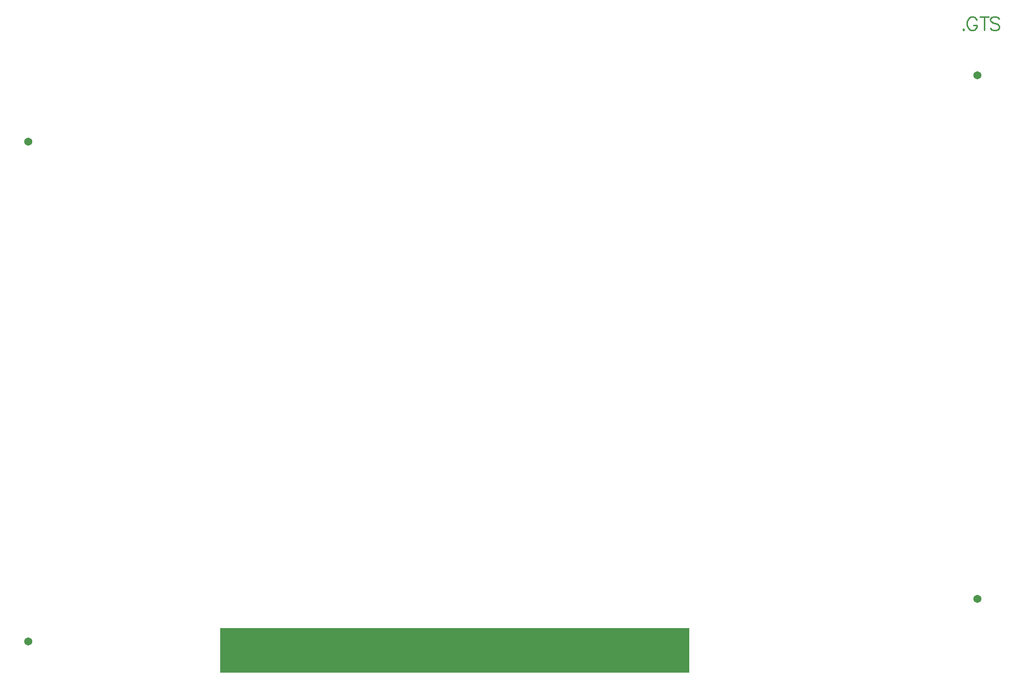
<source format=gts>
G04*
G04 #@! TF.GenerationSoftware,Altium Limited,Altium Designer,20.0.13 (296)*
G04*
G04 Layer_Color=8388736*
%FSLAX44Y44*%
%MOMM*%
G71*
G01*
G75*
%ADD11C,0.2286*%
%ADD15R,80.1370X7.6200*%
%ADD16O,1.1176X5.1816*%
%ADD17C,1.3716*%
D11*
X2687646Y2619139D02*
X2686558Y2618050D01*
X2687646Y2616962D01*
X2688735Y2618050D01*
X2687646Y2619139D01*
X2710066Y2634375D02*
X2708978Y2636552D01*
X2706801Y2638729D01*
X2704624Y2639817D01*
X2700271D01*
X2698094Y2638729D01*
X2695918Y2636552D01*
X2694829Y2634375D01*
X2693741Y2631111D01*
Y2625669D01*
X2694829Y2622404D01*
X2695918Y2620227D01*
X2698094Y2618050D01*
X2700271Y2616962D01*
X2704624D01*
X2706801Y2618050D01*
X2708978Y2620227D01*
X2710066Y2622404D01*
Y2625669D01*
X2704624D02*
X2710066D01*
X2722909Y2639817D02*
Y2616962D01*
X2715290Y2639817D02*
X2730527D01*
X2748484Y2636552D02*
X2746308Y2638729D01*
X2743043Y2639817D01*
X2738689D01*
X2735424Y2638729D01*
X2733248Y2636552D01*
Y2634375D01*
X2734336Y2632199D01*
X2735424Y2631111D01*
X2737601Y2630022D01*
X2744131Y2627845D01*
X2746308Y2626757D01*
X2747396Y2625669D01*
X2748484Y2623492D01*
Y2620227D01*
X2746308Y2618050D01*
X2743043Y2616962D01*
X2738689D01*
X2735424Y2618050D01*
X2733248Y2620227D01*
D15*
X1818767Y1557020D02*
D03*
D16*
X1597152Y1568450D02*
D03*
X2041652D02*
D03*
X2206752D02*
D03*
X2194052D02*
D03*
X2181352D02*
D03*
X2168652D02*
D03*
X2155952D02*
D03*
X2143252D02*
D03*
X2130552D02*
D03*
X2117852D02*
D03*
X2105152D02*
D03*
X2092452D02*
D03*
X2079752D02*
D03*
X2028952D02*
D03*
X2016252D02*
D03*
X2003552D02*
D03*
X1990852D02*
D03*
X1978152D02*
D03*
X1965452D02*
D03*
X1952752D02*
D03*
X1940052D02*
D03*
X1927352D02*
D03*
X1914652D02*
D03*
X1901952D02*
D03*
X1889252D02*
D03*
X1876552D02*
D03*
X1863852D02*
D03*
X1851152D02*
D03*
X1838452D02*
D03*
X1825752D02*
D03*
X1813052D02*
D03*
X1800352D02*
D03*
X1787652D02*
D03*
X1774952D02*
D03*
X1762252D02*
D03*
X1749552D02*
D03*
X1736852D02*
D03*
X1724152D02*
D03*
X1711452D02*
D03*
X1698752D02*
D03*
X1686052D02*
D03*
X1673352D02*
D03*
X1660652D02*
D03*
X1647952D02*
D03*
X1635252D02*
D03*
X1622552D02*
D03*
X1609852D02*
D03*
X1559052D02*
D03*
X1546352D02*
D03*
X1533652D02*
D03*
X1520952D02*
D03*
X1508252D02*
D03*
X1495552D02*
D03*
X1482852D02*
D03*
X1470152D02*
D03*
X1457452D02*
D03*
X1444752D02*
D03*
X1432052D02*
D03*
D17*
X1090930Y1572260D02*
D03*
Y2426208D02*
D03*
X2711450Y2540000D02*
D03*
Y1644650D02*
D03*
M02*

</source>
